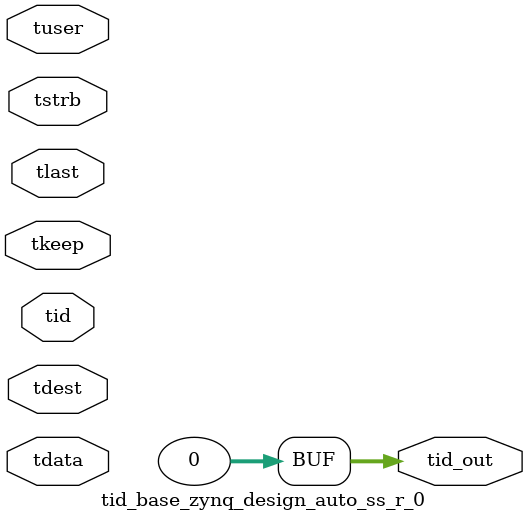
<source format=v>


`timescale 1ps/1ps

module tid_base_zynq_design_auto_ss_r_0 #
(
parameter C_S_AXIS_TID_WIDTH   = 1,
parameter C_S_AXIS_TUSER_WIDTH = 0,
parameter C_S_AXIS_TDATA_WIDTH = 0,
parameter C_S_AXIS_TDEST_WIDTH = 0,
parameter C_M_AXIS_TID_WIDTH   = 32
)
(
input  [(C_S_AXIS_TID_WIDTH   == 0 ? 1 : C_S_AXIS_TID_WIDTH)-1:0       ] tid,
input  [(C_S_AXIS_TDATA_WIDTH == 0 ? 1 : C_S_AXIS_TDATA_WIDTH)-1:0     ] tdata,
input  [(C_S_AXIS_TUSER_WIDTH == 0 ? 1 : C_S_AXIS_TUSER_WIDTH)-1:0     ] tuser,
input  [(C_S_AXIS_TDEST_WIDTH == 0 ? 1 : C_S_AXIS_TDEST_WIDTH)-1:0     ] tdest,
input  [(C_S_AXIS_TDATA_WIDTH/8)-1:0 ] tkeep,
input  [(C_S_AXIS_TDATA_WIDTH/8)-1:0 ] tstrb,
input                                                                    tlast,
output [(C_M_AXIS_TID_WIDTH   == 0 ? 1 : C_M_AXIS_TID_WIDTH)-1:0       ] tid_out
);

assign tid_out = {1'b0};

endmodule


</source>
